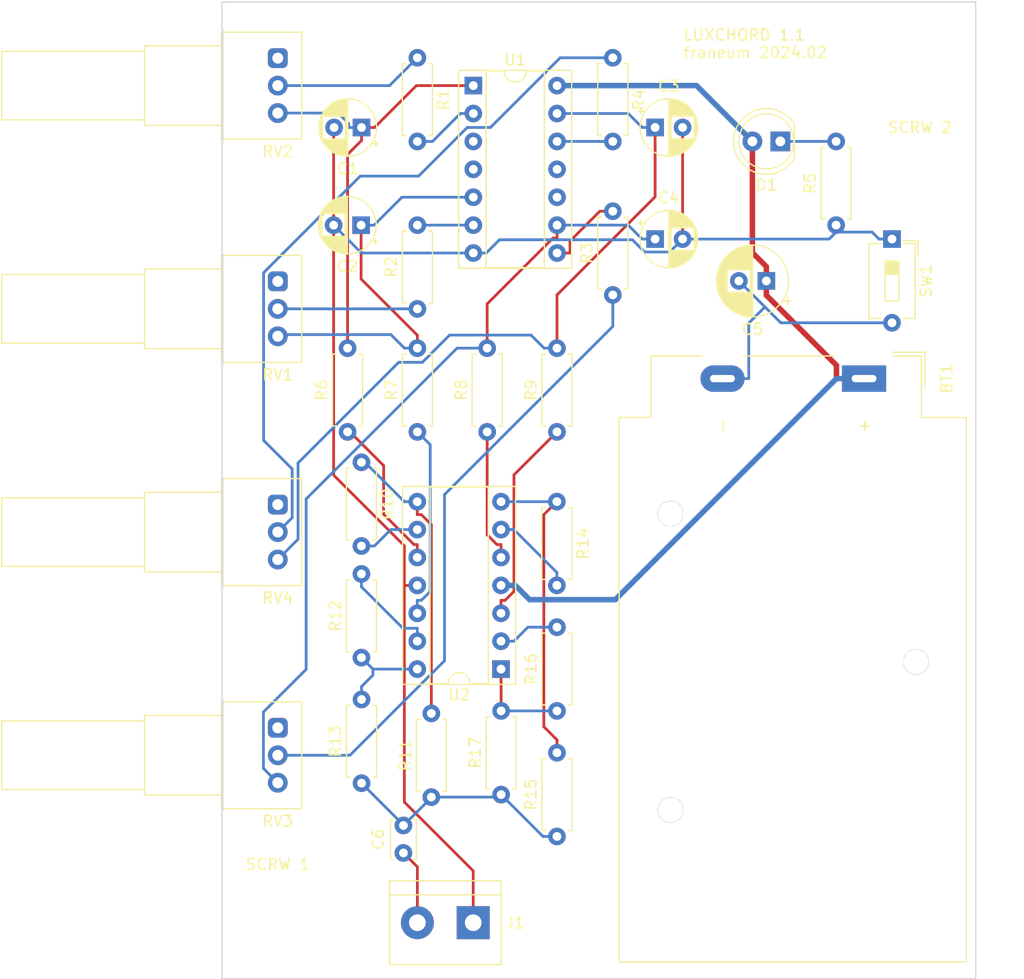
<source format=kicad_pcb>
(kicad_pcb (version 20221018) (generator pcbnew)
  (layers (0 "F.Cu" signal) (31 "B.Cu" signal) (34 "B.Paste" user) (35 "F.Paste" user) (36 "B.SilkS" user "B.Silkscreen") (37 "F.SilkS" user "F.Silkscreen") (38 "B.Mask" user) (39 "F.Mask" user) (44 "Edge.Cuts" user))
  (net 0 "")
  (net 1 "VCC")
  (net 2 "Net-(BT1--)")
  (net 3 "Net-(C1-Pad1)")
  (net 4 "GND")
  (net 5 "Net-(C2-Pad1)")
  (net 6 "Net-(C3-Pad1)")
  (net 7 "Net-(C4-Pad1)")
  (net 8 "Net-(J1-Pin_2)")
  (net 9 "OUT")
  (net 10 "Net-(D1-K)")
  (net 11 "Net-(U2C-+)")
  (net 12 "Net-(R1-Pad1)")
  (net 13 "Net-(U2D--)")
  (net 14 "Net-(U2D-+)")
  (net 15 "Net-(R4-Pad1)")
  (net 16 "Net-(R4-Pad2)")
  (net 17 "Net-(R1-Pad2)")
  (net 18 "Net-(U2C--)")
  (net 19 "Net-(R2-Pad1)")
  (net 20 "Net-(R2-Pad2)")
  (net 21 "Net-(R3-Pad1)")
  (net 22 "Net-(U2A--)")
  (net 23 "Net-(R3-Pad2)")
  (net 24 "Net-(U2B--)")
  (net 25 "Net-(U2A-+)")
  (net 26 "Net-(U2B-+)")
  (net 27 "Net-(R10-Pad1)")
  (net 28 "Net-(R14-Pad1)")
  (net 29 "Net-(R12-Pad1)")
  (net 30 "Net-(R16-Pad1)")
  (footprint "Potentiometer_THT:Potentiometer_Alps_RK097_Single_Horizontal" (layer "F.Cu") (at 81.28 96.56)
    (fp_text reference "RV4" (at 0 8.5 180) (layer "F.SilkS"))
    (fp_text value "R_Potentiometer")
    (fp_line (start -5 -2.7) (end -5 7.7) (stroke (width 0.1)) (layer "Edge.Cuts"))
    (pad "1" thru_hole roundrect (at 0 0 180) (size 1.8 1.8) (drill 1) (layers "*.Cu" "*.Mask"))
    (pad "2" thru_hole circle (at 0 2.5 180) (size 1.8 1.8) (drill 1) (layers "*.Cu" "*.Mask") (net 15 "Net-(R4-Pad1)"))
    (pad "3" thru_hole circle (at 0 5 180) (size 1.8 1.8) (drill 1) (layers "*.Cu" "*.Mask") (net 6 "Net-(C3-Pad1)"))
  )
  (footprint "Potentiometer_THT:Potentiometer_Alps_RK097_Single_Horizontal" (layer "F.Cu") (at 81.28 76.24)
    (fp_text reference "RV1" (at 0 8.5 180) (layer "F.SilkS"))
    (fp_text value "R_Potentiometer")
    (fp_line (start -5 -2.7) (end -5 7.7) (stroke (width 0.1)) (layer "Edge.Cuts"))
    (pad "1" thru_hole roundrect (at 0 0 180) (size 1.8 1.8) (drill 1) (layers "*.Cu" "*.Mask"))
    (pad "2" thru_hole circle (at 0 2.5 180) (size 1.8 1.8) (drill 1) (layers "*.Cu" "*.Mask") (net 19 "Net-(R2-Pad1)"))
    (pad "3" thru_hole circle (at 0 5 180) (size 1.8 1.8) (drill 1) (layers "*.Cu" "*.Mask") (net 5 "Net-(C2-Pad1)"))
  )
  (footprint "Resistor_THT:R_Axial_DIN0207_L6.3mm_D2.5mm_P7.62mm_Horizontal" (layer "F.Cu") (at 87.63 89.94 90)
    (fp_text reference "R6" (at 3.81 -2.37 90) (layer "F.SilkS"))
    (fp_text value "100k")
    (pad "1" thru_hole circle (at 0 0 90) (size 1.6 1.6) (drill 0.8) (layers "*.Cu" "*.Mask") (net 11 "Net-(U2C-+)"))
    (pad "2" thru_hole oval (at 7.62 0 90) (size 1.6 1.6) (drill 0.8) (layers "*.Cu" "*.Mask") (net 3 "Net-(C1-Pad1)"))
  )
  (footprint "TerminalBlock:TerminalBlock_bornier-2_P5.08mm" (layer "F.Cu") (at 99.06 134.62 180)
    (fp_text reference "J1" (at -3.81 0) (layer "F.SilkS"))
    (fp_text value "Screw_Terminal_01x02")
    (pad "1" thru_hole rect (at 0 0 180) (size 3 3) (drill 1.52) (layers "*.Cu" "*.Mask") (net 4 "GND"))
    (pad "2" thru_hole circle (at 5.08 0 180) (size 3 3) (drill 1.52) (layers "*.Cu" "*.Mask") (net 8 "Net-(J1-Pin_2)"))
  )
  (footprint "Resistor_THT:R_Axial_DIN0207_L6.3mm_D2.5mm_P7.62mm_Horizontal" (layer "F.Cu") (at 93.98 89.94 90)
    (fp_text reference "R7" (at 3.81 -2.37 90) (layer "F.SilkS"))
    (fp_text value "100k")
    (pad "1" thru_hole circle (at 0 0 90) (size 1.6 1.6) (drill 0.8) (layers "*.Cu" "*.Mask") (net 14 "Net-(U2D-+)"))
    (pad "2" thru_hole oval (at 7.62 0 90) (size 1.6 1.6) (drill 0.8) (layers "*.Cu" "*.Mask") (net 5 "Net-(C2-Pad1)"))
  )
  (footprint "Resistor_THT:R_Axial_DIN0207_L6.3mm_D2.5mm_P7.62mm_Horizontal" (layer "F.Cu") (at 100.33 89.94 90)
    (fp_text reference "R8" (at 3.81 -2.37 90) (layer "F.SilkS"))
    (fp_text value "100k")
    (pad "1" thru_hole circle (at 0 0 90) (size 1.6 1.6) (drill 0.8) (layers "*.Cu" "*.Mask") (net 26 "Net-(U2B-+)"))
    (pad "2" thru_hole oval (at 7.62 0 90) (size 1.6 1.6) (drill 0.8) (layers "*.Cu" "*.Mask") (net 7 "Net-(C4-Pad1)"))
  )
  (footprint "Capacitor_THT:C_Disc_D3.4mm_W2.1mm_P2.50mm" (layer "F.Cu") (at 92.71 128.27 90)
    (fp_text reference "C6" (at 1.25 -2.3 90) (layer "F.SilkS"))
    (fp_text value "100n")
    (pad "1" thru_hole circle (at 0 0 90) (size 1.6 1.6) (drill 0.8) (layers "*.Cu" "*.Mask") (net 8 "Net-(J1-Pin_2)"))
    (pad "2" thru_hole circle (at 2.5 0 90) (size 1.6 1.6) (drill 0.8) (layers "*.Cu" "*.Mask") (net 9 "OUT"))
  )
  (footprint "Resistor_THT:R_Axial_DIN0207_L6.3mm_D2.5mm_P7.62mm_Horizontal" (layer "F.Cu") (at 111.76 77.475 90)
    (fp_text reference "R3" (at 3.81 -2.37 90) (layer "F.SilkS"))
    (fp_text value "1K")
    (pad "1" thru_hole circle (at 0 0 90) (size 1.6 1.6) (drill 0.8) (layers "*.Cu" "*.Mask") (net 21 "Net-(R3-Pad1)"))
    (pad "2" thru_hole oval (at 7.62 0 90) (size 1.6 1.6) (drill 0.8) (layers "*.Cu" "*.Mask") (net 23 "Net-(R3-Pad2)"))
  )
  (footprint "Resistor_THT:R_Axial_DIN0207_L6.3mm_D2.5mm_P7.62mm_Horizontal" (layer "F.Cu") (at 106.68 115.34 90)
    (fp_text reference "R16" (at 3.81 -2.37 90) (layer "F.SilkS"))
    (fp_text value "100k")
    (pad "1" thru_hole circle (at 0 0 90) (size 1.6 1.6) (drill 0.8) (layers "*.Cu" "*.Mask") (net 30 "Net-(R16-Pad1)"))
    (pad "2" thru_hole oval (at 7.62 0 90) (size 1.6 1.6) (drill 0.8) (layers "*.Cu" "*.Mask") (net 22 "Net-(U2A--)"))
  )
  (footprint "Battery:BatteryHolder_MPD_BA9VPC_1xPP3" (layer "F.Cu") (at 134.62 85.09 -90)
    (fp_text reference "BT1" (at 0 -7.5 90) (layer "F.SilkS"))
    (fp_text value "Battery_Cell")
    (fp_text user "-" (at 3.6 12.88 90) (layer "F.SilkS") (effects (justify right)))
    (fp_text user "+" (at 3.6 0 90) (layer "F.SilkS") (effects (justify right)))
    (pad "" np_thru_hole circle (at 12.29 17.62 270) (size 2.3 2.3) (drill 2.29) (layers "*.Cu" "*.Mask"))
    (pad "" np_thru_hole circle (at 25.78 -4.73 270) (size 2.3 2.3) (drill 2.29) (layers "*.Cu" "*.Mask"))
    (pad "" np_thru_hole circle (at 39.26 17.62 270) (size 2.3 2.3) (drill 2.29) (layers "*.Cu" "*.Mask"))
    (pad "1" thru_hole rect (at 0 0 270) (size 2.41 4.02) (drill oval 0.66 2.27) (layers "*.Cu" "*.Mask") (net 1 "VCC"))
    (pad "2" thru_hole oval (at 0 12.88 270) (size 2.41 4.02) (drill oval 0.66 2.27) (layers "*.Cu" "*.Mask") (net 2 "Net-(BT1--)"))
  )
  (footprint "Resistor_THT:R_Axial_DIN0207_L6.3mm_D2.5mm_P7.62mm_Horizontal" (layer "F.Cu") (at 88.89 110.49 90)
    (fp_text reference "R12" (at 3.81 -2.37 90) (layer "F.SilkS"))
    (fp_text value "100k")
    (pad "1" thru_hole circle (at 0 0 90) (size 1.6 1.6) (drill 0.8) (layers "*.Cu" "*.Mask") (net 29 "Net-(R12-Pad1)"))
    (pad "2" thru_hole oval (at 7.62 0 90) (size 1.6 1.6) (drill 0.8) (layers "*.Cu" "*.Mask") (net 13 "Net-(U2D--)"))
  )
  (footprint "Package_DIP:DIP-14_W7.62mm_Socket" (layer "F.Cu") (at 101.59 111.535 180)
    (fp_text reference "U2" (at 3.81 -2.33) (layer "F.SilkS"))
    (fp_text value "LM324")
    (pad "1" thru_hole rect (at 0 0 180) (size 1.6 1.6) (drill 0.8) (layers "*.Cu" "*.Mask") (net 30 "Net-(R16-Pad1)"))
    (pad "2" thru_hole oval (at 0 2.54 180) (size 1.6 1.6) (drill 0.8) (layers "*.Cu" "*.Mask") (net 22 "Net-(U2A--)"))
    (pad "3" thru_hole oval (at 0 5.08 180) (size 1.6 1.6) (drill 0.8) (layers "*.Cu" "*.Mask") (net 25 "Net-(U2A-+)"))
    (pad "4" thru_hole oval (at 0 7.62 180) (size 1.6 1.6) (drill 0.8) (layers "*.Cu" "*.Mask") (net 1 "VCC"))
    (pad "5" thru_hole oval (at 0 10.16 180) (size 1.6 1.6) (drill 0.8) (layers "*.Cu" "*.Mask") (net 26 "Net-(U2B-+)"))
    (pad "6" thru_hole oval (at 0 12.7 180) (size 1.6 1.6) (drill 0.8) (layers "*.Cu" "*.Mask") (net 24 "Net-(U2B--)"))
    (pad "7" thru_hole oval (at 0 15.24 180) (size 1.6 1.6) (drill 0.8) (layers "*.Cu" "*.Mask") (net 28 "Net-(R14-Pad1)"))
    (pad "8" thru_hole oval (at 7.62 15.24 180) (size 1.6 1.6) (drill 0.8) (layers "*.Cu" "*.Mask") (net 27 "Net-(R10-Pad1)"))
    (pad "9" thru_hole oval (at 7.62 12.7 180) (size 1.6 1.6) (drill 0.8) (layers "*.Cu" "*.Mask") (net 18 "Net-(U2C--)"))
    (pad "10" thru_hole oval (at 7.62 10.16 180) (size 1.6 1.6) (drill 0.8) (layers "*.Cu" "*.Mask") (net 11 "Net-(U2C-+)"))
    (pad "11" thru_hole oval (at 7.62 7.62 180) (size 1.6 1.6) (drill 0.8) (layers "*.Cu" "*.Mask") (net 4 "GND"))
    (pad "12" thru_hole oval (at 7.62 5.08 180) (size 1.6 1.6) (drill 0.8) (layers "*.Cu" "*.Mask") (net 14 "Net-(U2D-+)"))
    (pad "13" thru_hole oval (at 7.62 2.54 180) (size 1.6 1.6) (drill 0.8) (layers "*.Cu" "*.Mask") (net 13 "Net-(U2D--)"))
    (pad "14" thru_hole oval (at 7.62 0 180) (size 1.6 1.6) (drill 0.8) (layers "*.Cu" "*.Mask") (net 29 "Net-(R12-Pad1)"))
  )
  (footprint "Resistor_THT:R_Axial_DIN0207_L6.3mm_D2.5mm_P7.62mm_Horizontal" (layer "F.Cu") (at 88.89 92.71 -90)
    (fp_text reference "R10" (at 3.81 -2.37 90) (layer "F.SilkS"))
    (fp_text value "100k")
    (pad "1" thru_hole circle (at 0 0 270) (size 1.6 1.6) (drill 0.8) (layers "*.Cu" "*.Mask") (net 27 "Net-(R10-Pad1)"))
    (pad "2" thru_hole oval (at 7.62 0 270) (size 1.6 1.6) (drill 0.8) (layers "*.Cu" "*.Mask") (net 18 "Net-(U2C--)"))
  )
  (footprint "Resistor_THT:R_Axial_DIN0207_L6.3mm_D2.5mm_P7.62mm_Horizontal" (layer "F.Cu") (at 132.08 71.12 90)
    (fp_text reference "R5" (at 3.81 -2.37 90) (layer "F.SilkS"))
    (fp_text value "1k")
    (pad "1" thru_hole circle (at 0 0 90) (size 1.6 1.6) (drill 0.8) (layers "*.Cu" "*.Mask") (net 4 "GND"))
    (pad "2" thru_hole oval (at 7.62 0 90) (size 1.6 1.6) (drill 0.8) (layers "*.Cu" "*.Mask") (net 10 "Net-(D1-K)"))
  )
  (footprint "Potentiometer_THT:Potentiometer_Alps_RK097_Single_Horizontal" (layer "F.Cu") (at 81.28 116.88)
    (fp_text reference "RV3" (at 0 8.5 180) (layer "F.SilkS"))
    (fp_text value "R_Potentiometer")
    (fp_line (start -5 -2.7) (end -5 7.7) (stroke (width 0.1)) (layer "Edge.Cuts"))
    (pad "1" thru_hole roundrect (at 0 0 180) (size 1.8 1.8) (drill 1) (layers "*.Cu" "*.Mask"))
    (pad "2" thru_hole circle (at 0 2.5 180) (size 1.8 1.8) (drill 1) (layers "*.Cu" "*.Mask") (net 21 "Net-(R3-Pad1)"))
    (pad "3" thru_hole circle (at 0 5 180) (size 1.8 1.8) (drill 1) (layers "*.Cu" "*.Mask") (net 7 "Net-(C4-Pad1)"))
  )
  (footprint "Resistor_THT:R_Axial_DIN0207_L6.3mm_D2.5mm_P7.62mm_Horizontal" (layer "F.Cu") (at 106.67 96.29 -90)
    (fp_text reference "R14" (at 3.81 -2.37 90) (layer "F.SilkS"))
    (fp_text value "100k")
    (pad "1" thru_hole circle (at 0 0 270) (size 1.6 1.6) (drill 0.8) (layers "*.Cu" "*.Mask") (net 28 "Net-(R14-Pad1)"))
    (pad "2" thru_hole oval (at 7.62 0 270) (size 1.6 1.6) (drill 0.8) (layers "*.Cu" "*.Mask") (net 24 "Net-(U2B--)"))
  )
  (footprint "Capacitor_THT:CP_Radial_D5.0mm_P2.50mm" (layer "F.Cu") (at 115.61 72.39)
    (fp_text reference "C4" (at 1.25 -3.75) (layer "F.SilkS"))
    (fp_text value "22u")
    (pad "1" thru_hole rect (at 0 0) (size 1.6 1.6) (drill 0.8) (layers "*.Cu" "*.Mask") (net 7 "Net-(C4-Pad1)"))
    (pad "2" thru_hole circle (at 2.5 0) (size 1.6 1.6) (drill 0.8) (layers "*.Cu" "*.Mask") (net 4 "GND"))
  )
  (footprint "Capacitor_THT:CP_Radial_D5.0mm_P2.50mm" (layer "F.Cu") (at 88.86 71.125 180)
    (fp_text reference "C2" (at 1.25 -3.75) (layer "F.SilkS"))
    (fp_text value "22u")
    (pad "1" thru_hole rect (at 0 0 180) (size 1.6 1.6) (drill 0.8) (layers "*.Cu" "*.Mask") (net 5 "Net-(C2-Pad1)"))
    (pad "2" thru_hole circle (at 2.5 0 180) (size 1.6 1.6) (drill 0.8) (layers "*.Cu" "*.Mask") (net 4 "GND"))
  )
  (footprint "Resistor_THT:R_Axial_DIN0207_L6.3mm_D2.5mm_P7.62mm_Horizontal" (layer "F.Cu") (at 93.98 78.745 90)
    (fp_text reference "R2" (at 3.81 -2.37 90) (layer "F.SilkS"))
    (fp_text value "1K")
    (pad "1" thru_hole circle (at 0 0 90) (size 1.6 1.6) (drill 0.8) (layers "*.Cu" "*.Mask") (net 19 "Net-(R2-Pad1)"))
    (pad "2" thru_hole oval (at 7.62 0 90) (size 1.6 1.6) (drill 0.8) (layers "*.Cu" "*.Mask") (net 20 "Net-(R2-Pad2)"))
  )
  (footprint "Resistor_THT:R_Axial_DIN0207_L6.3mm_D2.5mm_P7.62mm_Horizontal" (layer "F.Cu") (at 106.68 89.94 90)
    (fp_text reference "R9" (at 3.81 -2.37 90) (layer "F.SilkS"))
    (fp_text value "100k")
    (pad "1" thru_hole circle (at 0 0 90) (size 1.6 1.6) (drill 0.8) (layers "*.Cu" "*.Mask") (net 25 "Net-(U2A-+)"))
    (pad "2" thru_hole oval (at 7.62 0 90) (size 1.6 1.6) (drill 0.8) (layers "*.Cu" "*.Mask") (net 6 "Net-(C3-Pad1)"))
  )
  (footprint "MountingHole:MountingHole_4.3mm_M4" (layer "F.Cu") (at 81.28 134.62)
    (fp_text reference "SCRW 1" (at 0 -5.3) (layer "F.SilkS"))
    (fp_text value "MountingHole_4.3mm_M4" hide)
    (pad "" np_thru_hole circle (at 0 0) (size 4.3 4.3) (drill 4.3) (layers "*.Cu" "*.Mask"))
  )
  (footprint "Capacitor_THT:CP_Radial_D5.0mm_P2.50mm" (layer "F.Cu") (at 115.61 62.23)
    (fp_text reference "C3" (at 1.25 -3.75) (layer "F.SilkS"))
    (fp_text value "22u")
    (pad "1" thru_hole rect (at 0 0) (size 1.6 1.6) (drill 0.8) (layers "*.Cu" "*.Mask") (net 6 "Net-(C3-Pad1)"))
    (pad "2" thru_hole circle (at 2.5 0) (size 1.6 1.6) (drill 0.8) (layers "*.Cu" "*.Mask") (net 4 "GND"))
  )
  (footprint "Resistor_THT:R_Axial_DIN0207_L6.3mm_D2.5mm_P7.62mm_Horizontal" (layer "F.Cu") (at 101.6 122.96 90)
    (fp_text reference "R17" (at 3.81 -2.37 90) (layer "F.SilkS"))
    (fp_text value "1k")
    (pad "1" thru_hole circle (at 0 0 90) (size 1.6 1.6) (drill 0.8) (layers "*.Cu" "*.Mask") (net 9 "OUT"))
    (pad "2" thru_hole oval (at 7.62 0 90) (size 1.6 1.6) (drill 0.8) (layers "*.Cu" "*.Mask") (net 30 "Net-(R16-Pad1)"))
  )
  (footprint "Resistor_THT:R_Axial_DIN0207_L6.3mm_D2.5mm_P7.62mm_Horizontal" (layer "F.Cu") (at 111.76 55.885 -90)
    (fp_text reference "R4" (at 3.81 -2.37 90) (layer "F.SilkS"))
    (fp_text value "1K")
    (pad "1" thru_hole circle (at 0 0 270) (size 1.6 1.6) (drill 0.8) (layers "*.Cu" "*.Mask") (net 15 "Net-(R4-Pad1)"))
    (pad "2" thru_hole oval (at 7.62 0 270) (size 1.6 1.6) (drill 0.8) (layers "*.Cu" "*.Mask") (net 16 "Net-(R4-Pad2)"))
  )
  (footprint "Resistor_THT:R_Axial_DIN0207_L6.3mm_D2.5mm_P7.62mm_Horizontal" (layer "F.Cu") (at 93.98 55.885 -90)
    (fp_text reference "R1" (at 3.81 -2.37 90) (layer "F.SilkS"))
    (fp_text value "1K")
    (pad "1" thru_hole circle (at 0 0 270) (size 1.6 1.6) (drill 0.8) (layers "*.Cu" "*.Mask") (net 12 "Net-(R1-Pad1)"))
    (pad "2" thru_hole oval (at 7.62 0 270) (size 1.6 1.6) (drill 0.8) (layers "*.Cu" "*.Mask") (net 17 "Net-(R1-Pad2)"))
  )
  (footprint "MountingHole:MountingHole_4.3mm_M4" (layer "F.Cu") (at 139.7 55.88)
    (fp_text reference "SCRW 2" (at 0 6.35) (layer "F.SilkS"))
    (fp_text value "MountingHole_4.3mm_M4")
    (pad "" np_thru_hole circle (at 0 0) (size 4.3 4.3) (drill 4.3) (layers "*.Cu" "*.Mask"))
  )
  (footprint "LED_THT:LED_D5.0mm_Clear" (layer "F.Cu") (at 127 63.5 180)
    (fp_text reference "D1" (at 1.27 -3.96) (layer "F.SilkS"))
    (fp_text value "LED")
    (pad "1" thru_hole rect (at 0 0 180) (size 1.8 1.8) (drill 0.9) (layers "*.Cu" "*.Mask") (net 10 "Net-(D1-K)"))
    (pad "2" thru_hole circle (at 2.54 0 180) (size 1.8 1.8) (drill 0.9) (layers "*.Cu" "*.Mask") (net 1 "VCC"))
  )
  (footprint "Resistor_THT:R_Axial_DIN0207_L6.3mm_D2.5mm_P7.62mm_Horizontal" (layer "F.Cu") (at 95.25 123.19 90)
    (fp_text reference "R11" (at 3.81 -2.37 90) (layer "F.SilkS"))
    (fp_text value "1k")
    (pad "1" thru_hole circle (at 0 0 90) (size 1.6 1.6) (drill 0.8) (layers "*.Cu" "*.Mask") (net 9 "OUT"))
    (pad "2" thru_hole oval (at 7.62 0 90) (size 1.6 1.6) (drill 0.8) (layers "*.Cu" "*.Mask") (net 27 "Net-(R10-Pad1)"))
  )
  (footprint "Resistor_THT:R_Axial_DIN0207_L6.3mm_D2.5mm_P7.62mm_Horizontal" (layer "F.Cu") (at 106.68 126.77 90)
    (fp_text reference "R15" (at 3.81 -2.37 90) (layer "F.SilkS"))
    (fp_text value "1k")
    (pad "1" thru_hole circle (at 0 0 90) (size 1.6 1.6) (drill 0.8) (layers "*.Cu" "*.Mask") (net 9 "OUT"))
    (pad "2" thru_hole oval (at 7.62 0 90) (size 1.6 1.6) (drill 0.8) (layers "*.Cu" "*.Mask") (net 28 "Net-(R14-Pad1)"))
  )
  (footprint "Capacitor_THT:CP_Radial_D6.3mm_P2.50mm" (layer "F.Cu") (at 125.73 76.2 180)
    (fp_text reference "C5" (at 1.25 -4.4) (layer "F.SilkS"))
    (fp_text value "220u")
    (pad "1" thru_hole rect (at 0 0 180) (size 1.6 1.6) (drill 0.8) (layers "*.Cu" "*.Mask") (net 1 "VCC"))
    (pad "2" thru_hole circle (at 2.5 0 180) (size 1.6 1.6) (drill 0.8) (layers "*.Cu" "*.Mask") (net 2 "Net-(BT1--)"))
  )
  (footprint "Button_Switch_THT:SW_DIP_SPSTx01_Slide_6.7x4.1mm_W7.62mm_P2.54mm_LowProfile" (layer "F.Cu") (at 137.16 72.39 -90)
    (fp_text reference "SW1" (at 3.81 -3.11 90) (layer "F.SilkS"))
    (fp_text value "SW_DPST_x2")
    (pad "1" thru_hole rect (at 0 0 270) (size 1.6 1.6) (drill 0.8) (layers "*.Cu" "*.Mask") (net 4 "GND"))
    (pad "2" thru_hole oval (at 7.62 0 270) (size 1.6 1.6) (drill 0.8) (layers "*.Cu" "*.Mask") (net 2 "Net-(BT1--)"))
  )
  (footprint "Capacitor_THT:CP_Radial_D5.0mm_P2.50mm" (layer "F.Cu") (at 88.9 62.235 180)
    (fp_text reference "C1" (at 1.25 -3.75) (layer "F.SilkS"))
    (fp_text value "22u")
    (pad "1" thru_hole rect (at 0 0 180) (size 1.6 1.6) (drill 0.8) (layers "*.Cu" "*.Mask") (net 3 "Net-(C1-Pad1)"))
    (pad "2" thru_hole circle (at 2.5 0 180) (size 1.6 1.6) (drill 0.8) (layers "*.Cu" "*.Mask") (net 4 "GND"))
  )
  (footprint "Potentiometer_THT:Potentiometer_Alps_RK097_Single_Horizontal" (layer "F.Cu") (at 81.28 55.92)
    (fp_text reference "RV2" (at 0 8.5 180) (layer "F.SilkS"))
    (fp_text value "R_Potentiometer")
    (fp_line (start -5 -2.7) (end -5 7.7) (stroke (width 0.1)) (layer "Edge.Cuts"))
    (pad "1" thru_hole roundrect (at 0 0 180) (size 1.8 1.8) (drill 1) (layers "*.Cu" "*.Mask"))
    (pad "2" thru_hole circle (at 0 2.5 180) (size 1.8 1.8) (drill 1) (layers "*.Cu" "*.Mask") (net 12 "Net-(R1-Pad1)"))
    (pad "3" thru_hole circle (at 0 5 180) (size 1.8 1.8) (drill 1) (layers "*.Cu" "*.Mask") (net 3 "Net-(C1-Pad1)"))
  )
  (footprint "Resistor_THT:R_Axial_DIN0207_L6.3mm_D2.5mm_P7.62mm_Horizontal" (layer "F.Cu") (at 88.9 121.92 90)
    (fp_text reference "R13" (at 3.81 -2.37 90) (layer "F.SilkS"))
    (fp_text value "1k")
    (pad "1" thru_hole circle (at 0 0 90) (size 1.6 1.6) (drill 0.8) (layers "*.Cu" "*.Mask") (net 9 "OUT"))
    (pad "2" thru_hole oval (at 7.62 0 90) (size 1.6 1.6) (drill 0.8) (layers "*.Cu" "*.Mask") (net 29 "Net-(R12-Pad1)"))
  )
  (footprint "Package_DIP:DIP-14_W7.62mm_Socket" (layer "F.Cu") (at 99.07 58.42)
    (fp_text reference "U1" (at 3.81 -2.33) (layer "F.SilkS"))
    (fp_text value "40106")
    (pad "1" thru_hole rect (at 0 0) (size 1.6 1.6) (drill 0.8) (layers "*.Cu" "*.Mask") (net 3 "Net-(C1-Pad1)"))
    (pad "2" thru_hole oval (at 0 2.54) (size 1.6 1.6) (drill 0.8) (layers "*.Cu" "*.Mask") (net 17 "Net-(R1-Pad2)"))
    (pad "3" thru_hole oval (at 0 5.08) (size 1.6 1.6) (drill 0.8) (layers "*.Cu" "*.Mask"))
    (pad "4" thru_hole oval (at 0 7.62) (size 1.6 1.6) (drill 0.8) (layers "*.Cu" "*.Mask"))
    (pad "5" thru_hole oval (at 0 10.16) (size 1.6 1.6) (drill 0.8) (layers "*.Cu" "*.Mask") (net 5 "Net-(C2-Pad1)"))
    (pad "6" thru_hole oval (at 0 12.7) (size 1.6 1.6) (drill 0.8) (layers "*.Cu" "*.Mask") (net 20 "Net-(R2-Pad2)"))
    (pad "7" thru_hole oval (at 0 15.24) (size 1.6 1.6) (drill 0.8) (layers "*.Cu" "*.Mask") (net 4 "GND"))
    (pad "8" thru_hole oval (at 7.62 15.24) (size 1.6 1.6) (drill 0.8) (layers "*.Cu" "*.Mask") (net 23 "Net-(R3-Pad2)"))
    (pad "9" thru_hole oval (at 7.62 12.7) (size 1.6 1.6) (drill 0.8) (layers "*.Cu" "*.Mask") (net 7 "Net-(C4-Pad1)"))
    (pad "10" thru_hole oval (at 7.62 10.16) (size 1.6 1.6) (drill 0.8) (layers "*.Cu" "*.Mask"))
    (pad "11" thru_hole oval (at 7.62 7.62) (size 1.6 1.6) (drill 0.8) (layers "*.Cu" "*.Mask"))
    (pad "12" thru_hole oval (at 7.62 5.08) (size 1.6 1.6) (drill 0.8) (layers "*.Cu" "*.Mask") (net 16 "Net-(R4-Pad2)"))
    (pad "13" thru_hole oval (at 7.62 2.54) (size 1.6 1.6) (drill 0.8) (layers "*.Cu" "*.Mask") (net 6 "Net-(C3-Pad1)"))
    (pad "14" thru_hole oval (at 7.62 0) (size 1.6 1.6) (drill 0.8) (layers "*.Cu" "*.Mask") (net 1 "VCC"))
  )
  (gr_rect (start 76.2 50.8) (end 144.78 139.7) (stroke (width 0.1)) (fill none) (layer "Edge.Cuts"))
  (gr_text "LUXCHORD 1.1\nfraneum 2024.02" (at 118.11 54.61) (layer "F.SilkS") (effects (font (size 1 1)) (justify left)))
  (segment (start 132.1081 83.88) (end 132.1081 85.09) (width 0.5) (layer "F.Cu") (net 1))
  (segment (start 125.73 77.5019) (end 132.1081 83.88) (width 0.5) (layer "F.Cu") (net 1))
  (segment (start 134.62 85.09) (end 132.1081 85.09) (width 0.5) (layer "F.Cu") (net 1))
  (segment (start 124.46 63.5) (end 124.46 73.6281) (width 0.5) (layer "F.Cu") (net 1))
  (segment (start 125.73 76.2) (end 125.73 74.8981) (width 0.5) (layer "F.Cu") (net 1))
  (segment (start 124.46 73.6281) (end 125.73 74.8981) (width 0.5) (layer "F.Cu") (net 1))
  (segment (start 125.73 76.2) (end 125.73 77.5019) (width 0.5) (layer "F.Cu") (net 1))
  (segment (start 119.38 58.42) (end 124.46 63.5) (width 0.5) (layer "B.Cu") (net 1))
  (segment (start 101.59 103.915) (end 102.8919 103.915) (width 0.5) (layer "B.Cu") (net 1))
  (segment (start 132.1081 85.09) (end 111.9822 105.2159) (width 0.5) (layer "B.Cu") (net 1))
  (segment (start 104.1928 105.2159) (end 102.8919 103.915) (width 0.5) (layer "B.Cu") (net 1))
  (segment (start 111.9822 105.2159) (end 104.1928 105.2159) (width 0.5) (layer "B.Cu") (net 1))
  (segment (start 106.69 58.42) (end 119.38 58.42) (width 0.5) (layer "B.Cu") (net 1))
  (segment (start 134.62 85.09) (end 132.1081 85.09) (width 0.5) (layer "B.Cu") (net 1))
  (segment (start 125.5976 78.5675) (end 123.23 76.2) (width 0.25) (layer "B.Cu") (net 2))
  (segment (start 124.1269 80.0382) (end 124.1269 85.09) (width 0.25) (layer "B.Cu") (net 2))
  (segment (start 125.5976 78.5675) (end 124.1269 80.0382) (width 0.25) (layer "B.Cu") (net 2))
  (segment (start 121.74 85.09) (end 124.1269 85.09) (width 0.25) (layer "B.Cu") (net 2))
  (segment (start 127.0401 80.01) (end 125.5976 78.5675) (width 0.25) (layer "B.Cu") (net 2))
  (segment (start 137.16 80.01) (end 127.0401 80.01) (width 0.25) (layer "B.Cu") (net 2))
  (segment (start 88.9 62.235) (end 90.0769 62.235) (width 0.25) (layer "F.Cu") (net 3))
  (segment (start 93.8919 58.42) (end 90.0769 62.235) (width 0.25) (layer "F.Cu") (net 3))
  (segment (start 87.63 64.6819) (end 88.9 63.4119) (width 0.25) (layer "F.Cu") (net 3))
  (segment (start 87.63 82.32) (end 87.63 64.6819) (width 0.25) (layer "F.Cu") (net 3))
  (segment (start 99.07 58.42) (end 93.8919 58.42) (width 0.25) (layer "F.Cu") (net 3))
  (segment (start 88.9 62.235) (end 88.9 63.4119) (width 0.25) (layer "F.Cu") (net 3))
  (segment (start 87.7231 61.8672) (end 86.7759 60.92) (width 0.25) (layer "B.Cu") (net 3))
  (segment (start 86.7759 60.92) (end 81.28 60.92) (width 0.25) (layer "B.Cu") (net 3))
  (segment (start 87.7231 62.235) (end 87.7231 61.8672) (width 0.25) (layer "B.Cu") (net 3))
  (segment (start 88.9 62.235) (end 87.7231 62.235) (width 0.25) (layer "B.Cu") (net 3))
  (segment (start 118.11 62.23) (end 118.11 72.39) (width 0.25) (layer "F.Cu") (net 4))
  (segment (start 99.06 129.9028) (end 99.06 134.62) (width 0.25) (layer "F.Cu") (net 4))
  (segment (start 86.36 93.8793) (end 92.7931 100.3124) (width 0.25) (layer "F.Cu") (net 4))
  (segment (start 92.7931 123.6359) (end 99.06 129.9028) (width 0.25) (layer "F.Cu") (net 4))
  (segment (start 92.7931 103.915) (end 92.7931 123.6359) (width 0.25) (layer "F.Cu") (net 4))
  (segment (start 86.4 62.235) (end 86.36 62.275) (width 0.25) (layer "F.Cu") (net 4))
  (segment (start 92.7931 100.3124) (end 92.7931 103.915) (width 0.25) (layer "F.Cu") (net 4))
  (segment (start 86.36 62.275) (end 86.36 71.125) (width 0.25) (layer "F.Cu") (net 4))
  (segment (start 86.36 71.125) (end 86.36 93.8793) (width 0.25) (layer "F.Cu") (net 4))
  (segment (start 93.97 103.915) (end 92.7931 103.915) (width 0.25) (layer "F.Cu") (net 4))
  (segment (start 114.6539 73.5669) (end 116.9331 73.5669) (width 0.25) (layer "B.Cu") (net 4))
  (segment (start 113.5395 72.4525) (end 114.6539 73.5669) (width 0.25) (layer "B.Cu") (net 4))
  (segment (start 132.08 71.755) (end 132.08 71.12) (width 0.25) (layer "B.Cu") (net 4))
  (segment (start 132.08 71.755) (end 135.3481 71.755) (width 0.25) (layer "B.Cu") (net 4))
  (segment (start 88.895 73.66) (end 99.07 73.66) (width 0.25) (layer "B.Cu") (net 4))
  (segment (start 131.445 72.39) (end 132.08 71.755) (width 0.25) (layer "B.Cu") (net 4))
  (segment (start 135.3481 71.755) (end 135.9831 72.39) (width 0.25) (layer "B.Cu") (net 4))
  (segment (start 118.11 72.39) (end 131.445 72.39) (width 0.25) (layer "B.Cu") (net 4))
  (segment (start 100.2469 73.66) (end 101.4544 72.4525) (width 0.25) (layer "B.Cu") (net 4))
  (segment (start 137.16 72.39) (end 135.9831 72.39) (width 0.25) (layer "B.Cu") (net 4))
  (segment (start 86.36 71.125) (end 88.895 73.66) (width 0.25) (layer "B.Cu") (net 4))
  (segment (start 99.07 73.66) (end 100.2469 73.66) (width 0.25) (layer "B.Cu") (net 4))
  (segment (start 101.4544 72.4525) (end 113.5395 72.4525) (width 0.25) (layer "B.Cu") (net 4))
  (segment (start 116.9331 73.5669) (end 118.11 72.39) (width 0.25) (layer "B.Cu") (net 4))
  (segment (start 88.86 71.125) (end 88.86 76.0231) (width 0.25) (layer "F.Cu") (net 5))
  (segment (start 93.98 82.32) (end 93.98 81.1431) (width 0.25) (layer "F.Cu") (net 5))
  (segment (start 88.86 76.0231) (end 93.98 81.1431) (width 0.25) (layer "F.Cu") (net 5))
  (segment (start 91.57 81.0869) (end 81.4331 81.0869) (width 0.25) (layer "B.Cu") (net 5))
  (segment (start 92.5819 68.58) (end 90.0369 71.125) (width 0.25) (layer "B.Cu") (net 5))
  (segment (start 99.07 68.58) (end 92.5819 68.58) (width 0.25) (layer "B.Cu") (net 5))
  (segment (start 92.8031 82.32) (end 91.57 81.0869) (width 0.25) (layer "B.Cu") (net 5))
  (segment (start 88.86 71.125) (end 90.0369 71.125) (width 0.25) (layer "B.Cu") (net 5))
  (segment (start 93.98 82.32) (end 92.8031 82.32) (width 0.25) (layer "B.Cu") (net 5))
  (segment (start 81.4331 81.0869) (end 81.28 81.24) (width 0.25) (layer "B.Cu") (net 5))
  (segment (start 106.68 77.4734) (end 115.61 68.5434) (width 0.25) (layer "F.Cu") (net 6))
  (segment (start 106.68 82.32) (end 106.68 77.4734) (width 0.25) (layer "F.Cu") (net 6))
  (segment (start 115.61 68.5434) (end 115.61 62.23) (width 0.25) (layer "F.Cu") (net 6))
  (segment (start 92.2829 83.6091) (end 94.4319 83.6091) (width 0.25) (layer "B.Cu") (net 6))
  (segment (start 83.1235 92.7685) (end 92.2829 83.6091) (width 0.25) (layer "B.Cu") (net 6))
  (segment (start 113.1631 60.96) (end 114.4331 62.23) (width 0.25) (layer "B.Cu") (net 6))
  (segment (start 83.1235 99.7165) (end 83.1235 92.7685) (width 0.25) (layer "B.Cu") (net 6))
  (segment (start 94.4319 83.6091) (end 96.911 81.13) (width 0.25) (layer "B.Cu") (net 6))
  (segment (start 115.61 62.23) (end 114.4331 62.23) (width 0.25) (layer "B.Cu") (net 6))
  (segment (start 96.911 81.13) (end 104.3131 81.13) (width 0.25) (layer "B.Cu") (net 6))
  (segment (start 106.68 82.32) (end 105.5031 82.32) (width 0.25) (layer "B.Cu") (net 6))
  (segment (start 81.28 101.56) (end 83.1235 99.7165) (width 0.25) (layer "B.Cu") (net 6))
  (segment (start 104.3131 81.13) (end 105.5031 82.32) (width 0.25) (layer "B.Cu") (net 6))
  (segment (start 106.69 60.96) (end 113.1631 60.96) (width 0.25) (layer "B.Cu") (net 6))
  (segment (start 106.69 71.12) (end 106.69 72.2969) (width 0.25) (layer "F.Cu") (net 7))
  (segment (start 106.69 72.2969) (end 106.3222 72.2969) (width 0.25) (layer "F.Cu") (net 7))
  (segment (start 106.3222 72.2969) (end 100.33 78.2891) (width 0.25) (layer "F.Cu") (net 7))
  (segment (start 100.33 78.2891) (end 100.33 82.32) (width 0.25) (layer "F.Cu") (net 7))
  (segment (start 83.8613 96.0484) (end 83.8613 111.5536) (width 0.25) (layer "B.Cu") (net 7))
  (segment (start 97.5897 82.32) (end 83.8613 96.0484) (width 0.25) (layer "B.Cu") (net 7))
  (segment (start 83.8613 111.5536) (end 79.9703 115.4446) (width 0.25) (layer "B.Cu") (net 7))
  (segment (start 113.1631 71.12) (end 114.4331 72.39) (width 0.25) (layer "B.Cu") (net 7))
  (segment (start 79.9703 115.4446) (end 79.9703 120.5703) (width 0.25) (layer "B.Cu") (net 7))
  (segment (start 106.69 71.12) (end 113.1631 71.12) (width 0.25) (layer "B.Cu") (net 7))
  (segment (start 79.9703 120.5703) (end 81.28 121.88) (width 0.25) (layer "B.Cu") (net 7))
  (segment (start 100.33 82.32) (end 97.5897 82.32) (width 0.25) (layer "B.Cu") (net 7))
  (segment (start 115.61 72.39) (end 114.4331 72.39) (width 0.25) (layer "B.Cu") (net 7))
  (segment (start 93.98 129.54) (end 93.98 134.62) (width 0.25) (layer "F.Cu") (net 8))
  (segment (start 92.71 128.27) (end 93.98 129.54) (width 0.25) (layer "F.Cu") (net 8))
  (segment (start 88.9 121.92) (end 92.71 125.73) (width 0.25) (layer "B.Cu") (net 9))
  (segment (start 106.68 126.77) (end 105.41 126.77) (width 0.25) (layer "B.Cu") (net 9))
  (segment (start 92.71 125.73) (end 92.71 125.77) (width 0.25) (layer "B.Cu") (net 9))
  (segment (start 95.25 123.19) (end 101.37 123.19) (width 0.25) (layer "B.Cu") (net 9))
  (segment (start 101.37 123.19) (end 101.6 122.96) (width 0.25) (layer "B.Cu") (net 9))
  (segment (start 95.25 123.23) (end 95.25 123.19) (width 0.25) (layer "B.Cu") (net 9))
  (segment (start 105.41 126.77) (end 101.6 122.96) (width 0.25) (layer "B.Cu") (net 9))
  (segment (start 92.71 125.77) (end 95.25 123.23) (width 0.25) (layer "B.Cu") (net 9))
  (segment (start 127 63.5) (end 132.08 63.5) (width 0.25) (layer "B.Cu") (net 10))
  (segment (start 87.8406 89.94) (end 87.63 89.94) (width 0.25) (layer "F.Cu") (net 11))
  (segment (start 93.97 100.1981) (end 93.6687 100.1981) (width 0.25) (layer "F.Cu") (net 11))
  (segment (start 93.97 101.375) (end 93.97 100.1981) (width 0.25) (layer "F.Cu") (net 11))
  (segment (start 93.6687 100.1981) (end 90.9094 97.4388) (width 0.25) (layer "F.Cu") (net 11))
  (segment (start 90.9094 93.0088) (end 87.8406 89.94) (width 0.25) (layer "F.Cu") (net 11))
  (segment (start 90.9094 97.4388) (end 90.9094 93.0088) (width 0.25) (layer "F.Cu") (net 11))
  (segment (start 93.98 55.885) (end 91.445 58.42) (width 0.25) (layer "B.Cu") (net 12))
  (segment (start 91.445 58.42) (end 81.28 58.42) (width 0.25) (layer "B.Cu") (net 12))
  (segment (start 93.97 107.8181) (end 92.6612 107.8181) (width 0.25) (layer "B.Cu") (net 13))
  (segment (start 88.89 102.87) (end 88.89 104.0469) (width 0.25) (layer "B.Cu") (net 13))
  (segment (start 92.6612 107.8181) (end 88.89 104.0469) (width 0.25) (layer "B.Cu") (net 13))
  (segment (start 93.97 108.995) (end 93.97 107.8181) (width 0.25) (layer "B.Cu") (net 13))
  (segment (start 95.1474 91.1074) (end 93.98 89.94) (width 0.25) (layer "B.Cu") (net 14))
  (segment (start 93.97 105.2781) (end 94.3378 105.2781) (width 0.25) (layer "B.Cu") (net 14))
  (segment (start 93.97 106.455) (end 93.97 105.2781) (width 0.25) (layer "B.Cu") (net 14))
  (segment (start 94.3378 105.2781) (end 95.1474 104.4685) (width 0.25) (layer "B.Cu") (net 14))
  (segment (start 95.1474 104.4685) (end 95.1474 91.1074) (width 0.25) (layer "B.Cu") (net 14))
  (segment (start 88.7822 66.66) (end 79.9888 75.4534) (width 0.25) (layer "B.Cu") (net 15))
  (segment (start 100.6286 62.23) (end 98.5147 62.23) (width 0.25) (layer "B.Cu") (net 15))
  (segment (start 98.5147 62.23) (end 94.0847 66.66) (width 0.25) (layer "B.Cu") (net 15))
  (segment (start 79.9888 75.4534) (end 79.9888 90.7136) (width 0.25) (layer "B.Cu") (net 15))
  (segment (start 111.76 55.885) (end 106.9736 55.885) (width 0.25) (layer "B.Cu") (net 15))
  (segment (start 82.5894 97.7506) (end 81.28 99.06) (width 0.25) (layer "B.Cu") (net 15))
  (segment (start 82.5894 93.3142) (end 82.5894 97.7506) (width 0.25) (layer "B.Cu") (net 15))
  (segment (start 79.9888 90.7136) (end 82.5894 93.3142) (width 0.25) (layer "B.Cu") (net 15))
  (segment (start 106.9736 55.885) (end 100.6286 62.23) (width 0.25) (layer "B.Cu") (net 15))
  (segment (start 94.0847 66.66) (end 88.7822 66.66) (width 0.25) (layer "B.Cu") (net 15))
  (segment (start 111.76 63.505) (end 110.5831 63.505) (width 0.25) (layer "B.Cu") (net 16))
  (segment (start 106.69 63.5) (end 110.5781 63.5) (width 0.25) (layer "B.Cu") (net 16))
  (segment (start 110.5781 63.5) (end 110.5831 63.505) (width 0.25) (layer "B.Cu") (net 16))
  (segment (start 97.8931 60.96) (end 95.3481 63.505) (width 0.25) (layer "B.Cu") (net 17))
  (segment (start 95.3481 63.505) (end 93.98 63.505) (width 0.25) (layer "B.Cu") (net 17))
  (segment (start 99.07 60.96) (end 97.8931 60.96) (width 0.25) (layer "B.Cu") (net 17))
  (segment (start 91.5619 98.835) (end 90.0669 100.33) (width 0.25) (layer "B.Cu") (net 18))
  (segment (start 88.89 100.33) (end 90.0669 100.33) (width 0.25) (layer "B.Cu") (net 18))
  (segment (start 93.97 98.835) (end 91.5619 98.835) (width 0.25) (layer "B.Cu") (net 18))
  (segment (start 93.98 78.745) (end 93.975 78.74) (width 0.25) (layer "B.Cu") (net 19))
  (segment (start 93.975 78.74) (end 81.28 78.74) (width 0.25) (layer "B.Cu") (net 19))
  (segment (start 95.1619 71.12) (end 95.1569 71.125) (width 0.25) (layer "B.Cu") (net 20))
  (segment (start 99.07 71.12) (end 95.1619 71.12) (width 0.25) (layer "B.Cu") (net 20))
  (segment (start 93.98 71.125) (end 95.1569 71.125) (width 0.25) (layer "B.Cu") (net 20))
  (segment (start 111.76 80.3414) (end 96.4473 95.6541) (width 0.25) (layer "B.Cu") (net 21))
  (segment (start 87.845 119.38) (end 81.28 119.38) (width 0.25) (layer "B.Cu") (net 21))
  (segment (start 96.4473 95.6541) (end 96.4473 110.7777) (width 0.25) (layer "B.Cu") (net 21))
  (segment (start 111.76 77.475) (end 111.76 80.3414) (width 0.25) (layer "B.Cu") (net 21))
  (segment (start 96.4473 110.7777) (end 87.845 119.38) (width 0.25) (layer "B.Cu") (net 21))
  (segment (start 102.7669 108.995) (end 104.0419 107.72) (width 0.25) (layer "B.Cu") (net 22))
  (segment (start 101.59 108.995) (end 102.7669 108.995) (width 0.25) (layer "B.Cu") (net 22))
  (segment (start 104.0419 107.72) (end 106.68 107.72) (width 0.25) (layer "B.Cu") (net 22))
  (segment (start 107.8669 72.5712) (end 110.5831 69.855) (width 0.25) (layer "F.Cu") (net 23))
  (segment (start 106.69 73.66) (end 107.8669 73.66) (width 0.25) (layer "F.Cu") (net 23))
  (segment (start 107.8669 73.66) (end 107.8669 72.5712) (width 0.25) (layer "F.Cu") (net 23))
  (segment (start 111.76 69.855) (end 110.5831 69.855) (width 0.25) (layer "F.Cu") (net 23))
  (segment (start 106.665 102.7331) (end 106.67 102.7331) (width 0.25) (layer "B.Cu") (net 24))
  (segment (start 101.59 98.835) (end 102.7669 98.835) (width 0.25) (layer "B.Cu") (net 24))
  (segment (start 102.7669 98.835) (end 106.665 102.7331) (width 0.25) (layer "B.Cu") (net 24))
  (segment (start 106.67 103.91) (end 106.67 102.7331) (width 0.25) (layer "B.Cu") (net 24))
  (segment (start 101.9579 105.2781) (end 102.7669 104.4691) (width 0.25) (layer "F.Cu") (net 25))
  (segment (start 102.7669 104.4691) (end 102.7669 93.8531) (width 0.25) (layer "F.Cu") (net 25))
  (segment (start 101.59 106.455) (end 101.59 105.2781) (width 0.25) (layer "F.Cu") (net 25))
  (segment (start 102.7669 93.8531) (end 106.68 89.94) (width 0.25) (layer "F.Cu") (net 25))
  (segment (start 101.59 105.2781) (end 101.9579 105.2781) (width 0.25) (layer "F.Cu") (net 25))
  (segment (start 101.59 101.375) (end 101.59 100.1981) (width 0.25) (layer "F.Cu") (net 26))
  (segment (start 100.33 99.3059) (end 100.33 89.94) (width 0.25) (layer "F.Cu") (net 26))
  (segment (start 101.59 100.1981) (end 101.2222 100.1981) (width 0.25) (layer "F.Cu") (net 26))
  (segment (start 101.2222 100.1981) (end 100.33 99.3059) (width 0.25) (layer "F.Cu") (net 26))
  (segment (start 93.97 96.295) (end 93.97 97.4719) (width 0.25) (layer "F.Cu") (net 27))
  (segment (start 93.97 97.4719) (end 94.3378 97.4719) (width 0.25) (layer "F.Cu") (net 27))
  (segment (start 94.3378 97.4719) (end 95.25 98.3841) (width 0.25) (layer "F.Cu") (net 27))
  (segment (start 95.25 98.3841) (end 95.25 115.57) (width 0.25) (layer "F.Cu") (net 27))
  (segment (start 89.2081 92.71) (end 88.89 92.71) (width 0.25) (layer "B.Cu") (net 27))
  (segment (start 92.7931 96.295) (end 89.2081 92.71) (width 0.25) (layer "B.Cu") (net 27))
  (segment (start 93.97 96.295) (end 92.7931 96.295) (width 0.25) (layer "B.Cu") (net 27))
  (segment (start 106.68 119.15) (end 106.68 117.9731) (width 0.25) (layer "F.Cu") (net 28))
  (segment (start 105.4841 97.4759) (end 105.4841 116.7772) (width 0.25) (layer "F.Cu") (net 28))
  (segment (start 105.4841 116.7772) (end 106.68 117.9731) (width 0.25) (layer "F.Cu") (net 28))
  (segment (start 106.67 96.29) (end 105.4841 97.4759) (width 0.25) (layer "F.Cu") (net 28))
  (segment (start 106.665 96.295) (end 106.67 96.29) (width 0.25) (layer "B.Cu") (net 28))
  (segment (start 101.59 96.295) (end 106.665 96.295) (width 0.25) (layer "B.Cu") (net 28))
  (segment (start 89.935 112.0881) (end 88.9 113.1231) (width 0.25) (layer "B.Cu") (net 29))
  (segment (start 93.97 111.535) (end 89.935 111.535) (width 0.25) (layer "B.Cu") (net 29))
  (segment (start 89.935 111.535) (end 88.89 110.49) (width 0.25) (layer "B.Cu") (net 29))
  (segment (start 89.935 111.535) (end 89.935 112.0881) (width 0.25) (layer "B.Cu") (net 29))
  (segment (start 88.9 114.3) (end 88.9 113.1231) (width 0.25) (layer "B.Cu") (net 29))
  (segment (start 101.6 112.7219) (end 101.6 115.34) (width 0.25) (layer "F.Cu") (net 30))
  (segment (start 101.59 111.535) (end 101.59 112.7119) (width 0.25) (layer "F.Cu") (net 30))
  (segment (start 101.59 112.7119) (end 101.6 112.7219) (width 0.25) (layer "F.Cu") (net 30))
  (segment (start 101.6 115.34) (end 106.68 115.34) (width 0.25) (layer "B.Cu") (net 30))
)
</source>
